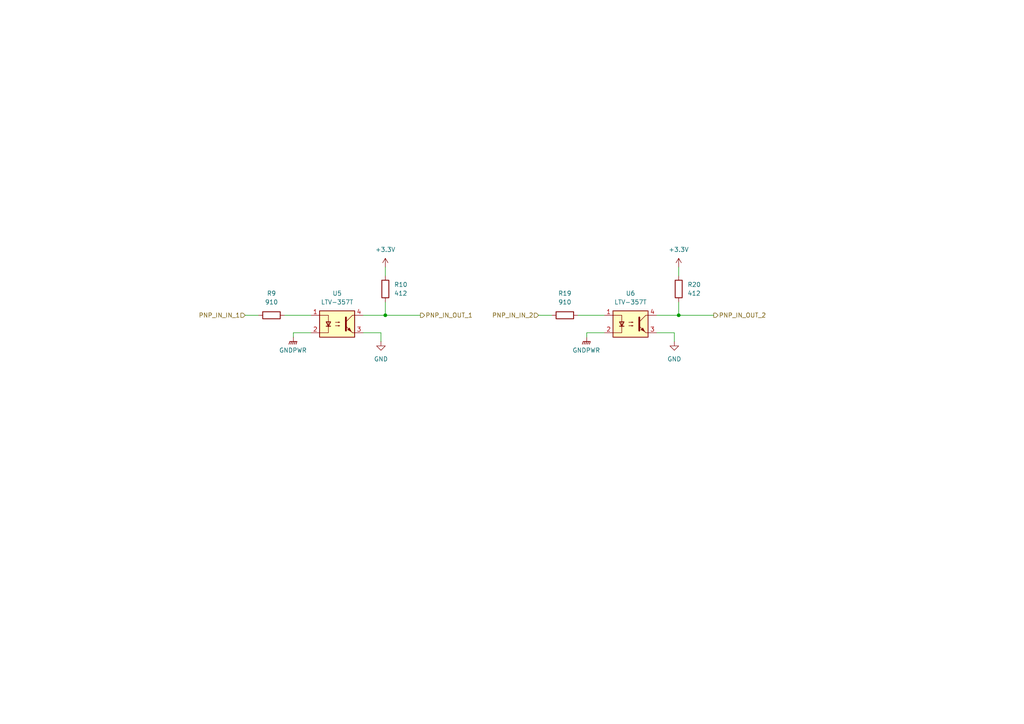
<source format=kicad_sch>
(kicad_sch (version 20250114) (generator "eeschema") (generator_version "9.0")
  (paper "A4")
  (lib_symbols
    (symbol "Device:R" (pin_numbers (hide yes)) (pin_names (offset 0))
      (property "Reference" "R" (at 2.032 0 90))
      (property "Value" "R" (at 0 0 90))
      (symbol "R_0_1"
        (rectangle (start -1.016 -2.54) (end 1.016 2.54) (stroke (width 0.254)))
      )
      (symbol "R_1_1"
        (pin passive line (at 0 3.81 270) (length 1.27) (name "~") (number "1"))
        (pin passive line (at 0 -3.81 90) (length 1.27) (name "~") (number "2"))
      )
    )
    (symbol "Isolator:LTV-357T" (pin_names (offset 1.016))
      (property "Reference" "U" (at -5.334 4.826 0))
      (property "Value" "LTV-357T" (at 0 5.08 0))
      (symbol "LTV-357T_0_1"
        (rectangle (start -5.08 3.81) (end 5.08 -3.81) (stroke (width 0.254)) (fill (type background)))
        (polyline (pts (xy -5.08 2.54) (xy -2.54 2.54) (xy -2.54 -0.762)))
        (polyline (pts (xy -3.175 -0.635) (xy -1.905 -0.635)) (stroke (width 0.254)))
        (polyline (pts (xy -2.54 -0.635) (xy -2.54 -2.54) (xy -5.08 -2.54)))
        (polyline (pts (xy -2.54 -0.635) (xy -3.175 0.635) (xy -1.905 0.635) (xy -2.54 -0.635)) (stroke (width 0.254)))
        (polyline (pts (xy -0.508 0.508) (xy 0.762 0.508) (xy 0.381 0.381) (xy 0.381 0.635) (xy 0.762 0.508)))
        (polyline (pts (xy -0.508 -0.508) (xy 0.762 -0.508) (xy 0.381 -0.635) (xy 0.381 -0.381) (xy 0.762 -0.508)))
        (polyline (pts (xy 2.54 1.905) (xy 2.54 -1.905)) (stroke (width 0.508)))
        (polyline (pts (xy 2.54 0.635) (xy 4.445 2.54)))
        (polyline (pts (xy 3.048 -1.651) (xy 3.556 -1.143) (xy 4.064 -2.159) (xy 3.048 -1.651)) (fill (type outline)))
        (polyline (pts (xy 4.445 2.54) (xy 5.08 2.54)))
        (polyline (pts (xy 4.445 -2.54) (xy 2.54 -0.635)) (fill (type outline)))
        (polyline (pts (xy 4.445 -2.54) (xy 5.08 -2.54)))
      )
      (symbol "LTV-357T_1_1"
        (pin passive line (at -7.62 2.54 0) (length 2.54) (name "~") (number "1"))
        (pin passive line (at -7.62 -2.54 0) (length 2.54) (name "~") (number "2"))
        (pin passive line (at 7.62 2.54 180) (length 2.54) (name "~") (number "4"))
        (pin passive line (at 7.62 -2.54 180) (length 2.54) (name "~") (number "3"))
      )
    )
    (symbol "power:+3.3V" (power) (pin_numbers (hide yes)) (pin_names (offset 0) (hide yes))
      (property "Value" "+3.3V" (at 0 3.556 0))
      (symbol "+3.3V_0_1"
        (polyline (pts (xy -0.762 1.27) (xy 0 2.54)))
        (polyline (pts (xy 0 2.54) (xy 0.762 1.27)))
        (polyline (pts (xy 0 0) (xy 0 2.54)))
      )
      (symbol "+3.3V_1_1"
        (pin power_in line (at 0 0 90) (length 0) (name "~") (number "1"))
      )
    )
    (symbol "power:GND" (power) (pin_numbers (hide yes)) (pin_names (offset 0) (hide yes))
      (property "Value" "GND" (at 0 -3.81 0))
      (symbol "GND_0_1"
        (polyline (pts (xy 0 0) (xy 0 -1.27) (xy 1.27 -1.27) (xy 0 -2.54) (xy -1.27 -1.27) (xy 0 -1.27)))
      )
      (symbol "GND_1_1"
        (pin power_in line (at 0 0 270) (length 0) (name "~") (number "1"))
      )
    )
    (symbol "power:GNDPWR" (power) (pin_numbers (hide yes)) (pin_names (offset 0) (hide yes))
      (property "Value" "GNDPWR" (at 0 -3.302 0))
      (symbol "GNDPWR_0_1"
        (polyline (pts (xy -1.016 -1.27) (xy -1.27 -2.032) (xy -1.27 -2.032)) (stroke (width 0.2032)))
        (polyline (pts (xy -0.508 -1.27) (xy -0.762 -2.032) (xy -0.762 -2.032)) (stroke (width 0.2032)))
        (polyline (pts (xy 0 -1.27) (xy 0 0)))
        (polyline (pts (xy 0 -1.27) (xy -0.254 -2.032) (xy -0.254 -2.032)) (stroke (width 0.2032)))
        (polyline (pts (xy 0.508 -1.27) (xy 0.254 -2.032) (xy 0.254 -2.032)) (stroke (width 0.2032)))
        (polyline (pts (xy 1.016 -1.27) (xy -1.016 -1.27) (xy -1.016 -1.27)) (stroke (width 0.2032)))
        (polyline (pts (xy 1.016 -1.27) (xy 0.762 -2.032) (xy 0.762 -2.032) (xy 0.762 -2.032)) (stroke (width 0.2032)))
      )
      (symbol "GNDPWR_1_1"
        (pin power_in line (at 0 0 270) (length 0) (name "~") (number "1"))
      )
    )
  )
  (junction (at 111.76 91.44))
  (junction (at 196.85 91.44))
  (wire (pts (xy 156.21 91.44) (xy 160.02 91.44)))
  (wire (pts (xy 85.09 96.52) (xy 90.17 96.52)))
  (wire (pts (xy 170.18 96.52) (xy 175.26 96.52)))
  (wire (pts (xy 82.55 91.44) (xy 90.17 91.44)))
  (wire (pts (xy 111.76 77.47) (xy 111.76 80.01)))
  (wire (pts (xy 196.85 77.47) (xy 196.85 80.01)))
  (wire (pts (xy 196.85 91.44) (xy 207.01 91.44)))
  (wire (pts (xy 167.64 91.44) (xy 175.26 91.44)))
  (wire (pts (xy 111.76 91.44) (xy 111.76 87.63)))
  (wire (pts (xy 196.85 91.44) (xy 196.85 87.63)))
  (wire (pts (xy 195.58 96.52) (xy 195.58 99.06)))
  (wire (pts (xy 105.41 96.52) (xy 110.49 96.52)))
  (wire (pts (xy 105.41 91.44) (xy 111.76 91.44)))
  (wire (pts (xy 170.18 97.79) (xy 170.18 96.52)))
  (wire (pts (xy 190.5 96.52) (xy 195.58 96.52)))
  (wire (pts (xy 110.49 96.52) (xy 110.49 99.06)))
  (wire (pts (xy 85.09 97.79) (xy 85.09 96.52)))
  (wire (pts (xy 111.76 91.44) (xy 121.92 91.44)))
  (wire (pts (xy 71.12 91.44) (xy 74.93 91.44)))
  (wire (pts (xy 190.5 91.44) (xy 196.85 91.44)))
  (hierarchical_label "PNP_IN_OUT_2" (shape output) (at 207.01 91.44 0))
  (hierarchical_label "PNP_IN_IN_2" (shape input) (at 156.21 91.44 180))
  (hierarchical_label "PNP_IN_OUT_1" (shape output) (at 121.92 91.44 0))
  (hierarchical_label "PNP_IN_IN_1" (shape input) (at 71.12 91.44 180))
  (symbol (lib_id "Isolator:LTV-357T") (at 182.88 93.98 0) (unit 1)
    (property "Reference" "U7" (at 182.88 85.09 0))
    (property "Value" "LTV-357T" (at 182.88 87.63 0))
    (property "Footprint" "Package_SO:SO-4_4.4x3.6mm_P2.54mm" (effects (hide yes)))
    (property "Datasheet" "https://www.buerklin.com/medias/sys_master/download/download/h91/ha0/8892020588574.pdf" (effects (hide yes)))
    (property "Description" "DC Optocoupler, Vce 35V, CTR 50%, SO-4" (effects (hide yes)))
    (instances (project "micro_puerta" (path "" (reference "U6") (unit 1)) (path "" (reference "U7") (unit 1))))
  )
  (symbol (lib_id "Device:R") (at 196.85 83.82 0) (unit 1)
    (property "Reference" "R14" (at 199.39 82.5499 0) (effects (justify left)))
    (property "Value" "412" (at 199.39 85.0899 0) (effects (justify left)))
    (property "Description" "Resistor" (effects (hide yes)))
    (instances (project "micro_puerta" (path "" (reference "R20") (unit 1)) (path "" (reference "R14") (unit 1))))
  )
  (symbol (lib_id "power:+3.3V") (at 196.85 77.47 0) (unit 1)
    (property "Reference" "#PWR0103" (effects (hide yes)))
    (property "Value" "+3.3V" (at 196.85 72.39 0))
    (property "Description" "Power symbol creates a global label with name \"+3.3V\"" (effects (hide yes)))
    (instances (project "micro_puerta" (path "" (reference "#PWR038") (unit 1)) (path "" (reference "#PWR0103") (unit 1))))
  )
  (symbol (lib_id "power:GNDPWR") (at 85.09 97.79 0) (unit 1)
    (property "Reference" "#PWR0104" (effects (hide yes)))
    (property "Value" "GNDPWR" (at 84.963 101.6 0))
    (property "Description" "Power symbol creates a global label with name \"GNDPWR\" , global ground" (effects (hide yes)))
    (instances (project "micro_puerta" (path "" (reference "#PWR024") (unit 1)) (path "" (reference "#PWR0104") (unit 1))))
  )
  (symbol (lib_id "Device:R") (at 78.74 91.44 90) (unit 1)
    (property "Reference" "R7" (at 78.74 85.09 90))
    (property "Value" "910" (at 78.74 87.63 90))
    (property "Description" "Resistor" (effects (hide yes)))
    (instances (project "micro_puerta" (path "" (reference "R9") (unit 1)) (path "" (reference "R7") (unit 1))))
  )
  (symbol (lib_id "Device:R") (at 163.83 91.44 90) (unit 1)
    (property "Reference" "R13" (at 163.83 85.09 90))
    (property "Value" "910" (at 163.83 87.63 90))
    (property "Description" "Resistor" (effects (hide yes)))
    (instances (project "micro_puerta" (path "" (reference "R19") (unit 1)) (path "" (reference "R13") (unit 1))))
  )
  (symbol (lib_id "power:GNDPWR") (at 170.18 97.79 0) (unit 1)
    (property "Reference" "#PWR0102" (effects (hide yes)))
    (property "Value" "GNDPWR" (at 170.053 101.6 0))
    (property "Description" "Power symbol creates a global label with name \"GNDPWR\" , global ground" (effects (hide yes)))
    (instances (project "micro_puerta" (path "" (reference "#PWR036") (unit 1)) (path "" (reference "#PWR0102") (unit 1))))
  )
  (symbol (lib_id "power:+3.3V") (at 111.76 77.47 0) (unit 1)
    (property "Reference" "#PWR0106" (effects (hide yes)))
    (property "Value" "+3.3V" (at 111.76 72.39 0))
    (property "Description" "Power symbol creates a global label with name \"+3.3V\"" (effects (hide yes)))
    (instances (project "micro_puerta" (path "" (reference "#PWR035") (unit 1)) (path "" (reference "#PWR0106") (unit 1))))
  )
  (symbol (lib_id "power:GND") (at 110.49 99.06 0) (unit 1)
    (property "Reference" "#PWR0101" (effects (hide yes)))
    (property "Value" "GND" (at 110.49 104.14 0))
    (property "Description" "Power symbol creates a global label with name \"GND\" , ground" (effects (hide yes)))
    (instances (project "micro_puerta" (path "" (reference "#PWR027") (unit 1)) (path "" (reference "#PWR0101") (unit 1))))
  )
  (symbol (lib_id "Isolator:LTV-357T") (at 97.79 93.98 0) (unit 1)
    (property "Reference" "U4" (at 97.79 85.09 0))
    (property "Value" "LTV-357T" (at 97.79 87.63 0))
    (property "Footprint" "Package_SO:SO-4_4.4x3.6mm_P2.54mm" (effects (hide yes)))
    (property "Datasheet" "https://www.buerklin.com/medias/sys_master/download/download/h91/ha0/8892020588574.pdf" (effects (hide yes)))
    (property "Description" "DC Optocoupler, Vce 35V, CTR 50%, SO-4" (effects (hide yes)))
    (instances (project "micro_puerta" (path "" (reference "U5") (unit 1)) (path "" (reference "U4") (unit 1))))
  )
  (symbol (lib_id "Device:R") (at 111.76 83.82 0) (unit 1)
    (property "Reference" "R8" (at 114.3 82.5499 0) (effects (justify left)))
    (property "Value" "412" (at 114.3 85.0899 0) (effects (justify left)))
    (property "Description" "Resistor" (effects (hide yes)))
    (instances (project "micro_puerta" (path "" (reference "R10") (unit 1)) (path "" (reference "R8") (unit 1))))
  )
  (symbol (lib_id "power:GND") (at 195.58 99.06 0) (unit 1)
    (property "Reference" "#PWR0105" (effects (hide yes)))
    (property "Value" "GND" (at 195.58 104.14 0))
    (property "Description" "Power symbol creates a global label with name \"GND\" , ground" (effects (hide yes)))
    (instances (project "micro_puerta" (path "" (reference "#PWR037") (unit 1)) (path "" (reference "#PWR0105") (unit 1))))
  )
)
</source>
